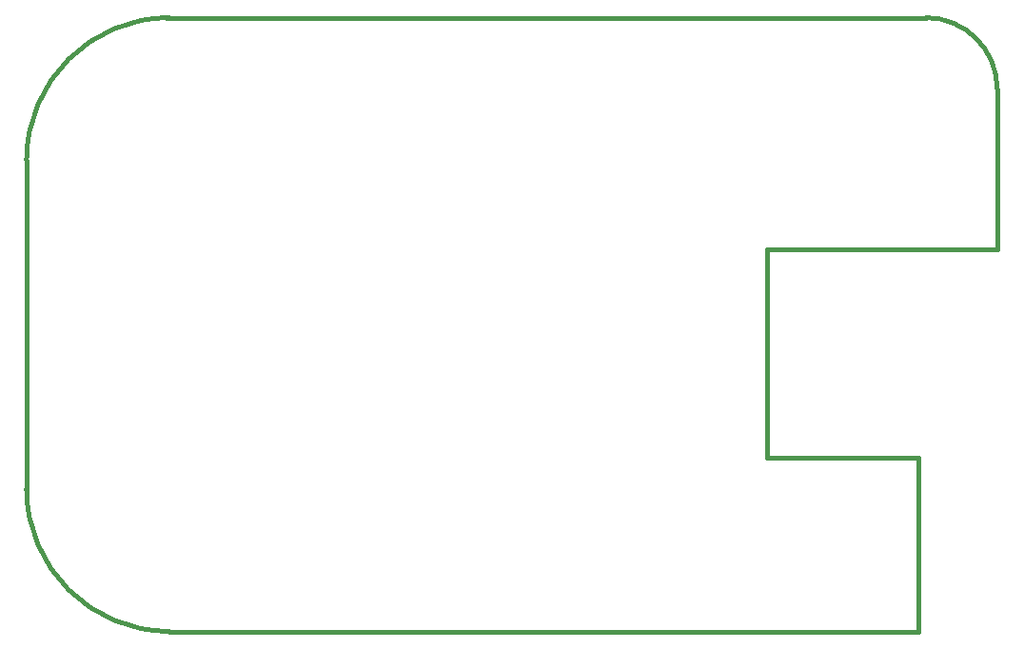
<source format=gbr>
G04 (created by PCBNEW (25-Oct-2014 BZR 4029)-stable) date Sun 29 Mar 2015 05:09:11 PM EEST*
%MOIN*%
G04 Gerber Fmt 3.4, Leading zero omitted, Abs format*
%FSLAX34Y34*%
G01*
G70*
G90*
G04 APERTURE LIST*
%ADD10C,0.00590551*%
%ADD11C,0.015*%
G04 APERTURE END LIST*
G54D10*
G54D11*
X29174Y0D02*
X5262Y0D01*
X9200Y-21500D02*
X9250Y-21500D01*
X5066Y-21500D02*
X28651Y-21500D01*
X31250Y-15400D02*
X25950Y-15400D01*
X31250Y-21500D02*
X28500Y-21500D01*
X31250Y-21500D02*
X31250Y-15450D01*
X5250Y0D02*
X4900Y0D01*
X25200Y0D02*
X27250Y0D01*
X27250Y-21500D02*
X25250Y-21500D01*
X5000Y-21500D02*
X5250Y-21500D01*
X27250Y-21500D02*
X28500Y-21500D01*
X27250Y0D02*
X28500Y0D01*
X25950Y-8100D02*
X25950Y-15400D01*
X34000Y-8100D02*
X25950Y-8100D01*
X34000Y-7900D02*
X34000Y-8100D01*
X28400Y0D02*
X31500Y0D01*
X0Y-5000D02*
X0Y-16500D01*
X34000Y-2500D02*
X34000Y-7950D01*
X34000Y-2500D02*
G75*
G03X31500Y0I-2500J0D01*
G74*
G01*
X0Y-16500D02*
G75*
G03X5000Y-21500I5000J0D01*
G74*
G01*
X5000Y0D02*
G75*
G03X0Y-5000I0J-5000D01*
G74*
G01*
M02*

</source>
